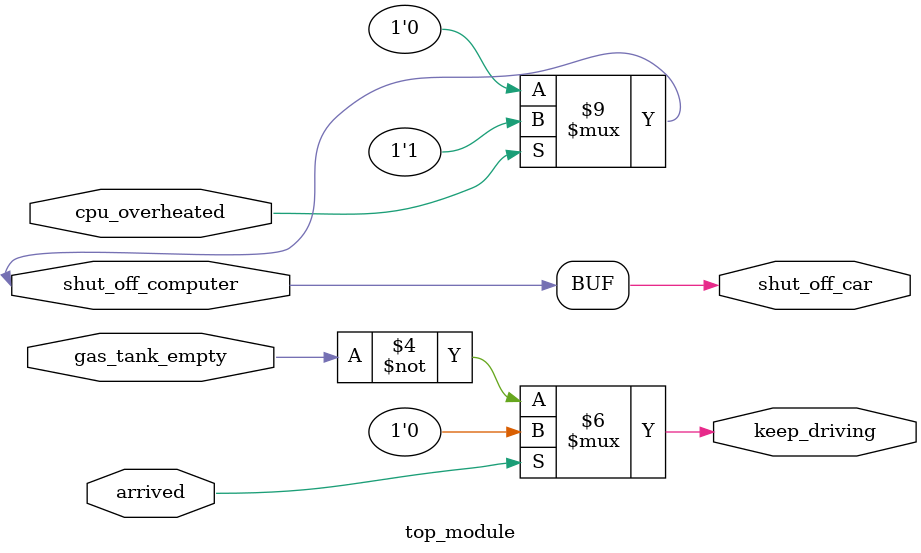
<source format=sv>
module top_module (
    input cpu_overheated,
    input arrived,
    input gas_tank_empty,
    input shut_off_computer,
    output reg keep_driving,
    output reg shut_off_car
);

always @(*) begin
    if (cpu_overheated)
        shut_off_computer = 1;
    else
        shut_off_computer = 0;
end

always @(*) begin
    if (!arrived)
        keep_driving = ~gas_tank_empty;
    else
        keep_driving = 0;
end

assign shut_off_car = shut_off_computer;

endmodule

</source>
